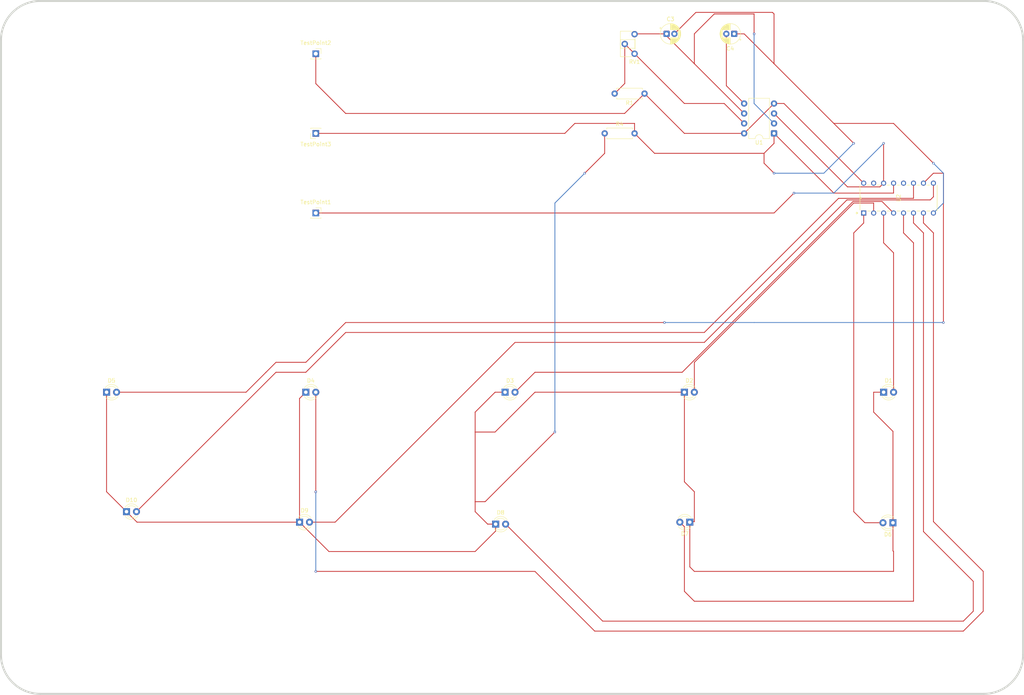
<source format=kicad_pcb>
(kicad_pcb (version 20241229) (generator "pcbnew") (generator_version "9.0")
  (layers (0 "F.Cu" signal) (2 "B.Cu" signal) (13 "F.Paste" user) (15 "B.Paste" user) (5 "F.SilkS" user "F.Silkscreen") (7 "B.SilkS" user "B.Silkscreen") (1 "F.Mask" user) (3 "B.Mask" user) (25 "Edge.Cuts" user))
  (net 0 "")
  (net 1 "+5V")
  (net 2 "TR")
  (net 3 "OUT")
  (net 4 "GND")
  (net 5 "Net-(D1-K)")
  (net 6 "Net-(D1-A)")
  (net 7 "Net-(D2-A)")
  (net 8 "Net-(D3-A)")
  (net 9 "Net-(D4-A)")
  (net 10 "Net-(D5-A)")
  (net 11 "Net-(D6-A)")
  (net 12 "Net-(D7-A)")
  (net 13 "Net-(D8-A)")
  (net 14 "Net-(D9-A)")
  (net 15 "Net-(D10-A)")
  (net 16 "Net-(U1-CV)")
  (net 17 "Net-(U1-DIS)")
  (footprint "LED_THT:LED_D3.0mm" (layer "F.Cu") (at 147.46 150.5)
    (property "Reference" "D8" (at 1.27 -2.96 0) (layer "F.SilkS"))
    (property "Value" "LED")
    (pad "1" thru_hole rect (at 0 0) (size 1.8 1.8) (drill 0.9) (layers "*.Cu" "*.Mask") (net 5 "Net-(D1-K)"))
    (pad "2" thru_hole circle (at 2.54 0) (size 1.8 1.8) (drill 0.9) (layers "*.Cu" "*.Mask") (net 13 "Net-(D8-A)"))
  )
  (footprint "LED_THT:LED_D3.0mm" (layer "F.Cu") (at 149.86 116.84)
    (property "Reference" "D3" (at 1.27 -2.96 0) (layer "F.SilkS"))
    (property "Value" "LED")
    (pad "1" thru_hole rect (at 0 0) (size 1.8 1.8) (drill 0.9) (layers "*.Cu" "*.Mask") (net 5 "Net-(D1-K)"))
    (pad "2" thru_hole circle (at 2.54 0) (size 1.8 1.8) (drill 0.9) (layers "*.Cu" "*.Mask") (net 8 "Net-(D3-A)"))
  )
  (footprint "footprints:N16" (layer "F.Cu") (at 259.08 63.5 90)
    (property "Reference" "U2" (at -3.81 -8.89 90) (layer "F.SilkS"))
    (property "Value" "4017")
    (fp_text user "*" (at -7.62 -19.1897 90) (layer "F.SilkS"))
    (fp_text user "*" (at -7.62 -19.1897 90) (layer "F.SilkS"))
    (pad "1" thru_hole rect (at -7.62 -17.78 90) (size 1.2954 1.2954) (drill 0.7874) (layers "*.Cu" "*.Mask") (net 11 "Net-(D6-A)"))
    (pad "2" thru_hole circle (at -7.62 -15.24 90) (size 1.2954 1.2954) (drill 0.7874) (layers "*.Cu" "*.Mask") (net 7 "Net-(D2-A)"))
    (pad "3" thru_hole circle (at -7.62 -12.7 90) (size 1.2954 1.2954) (drill 0.7874) (layers "*.Cu" "*.Mask") (net 6 "Net-(D1-A)"))
    (pad "4" thru_hole circle (at -7.62 -10.16 90) (size 1.2954 1.2954) (drill 0.7874) (layers "*.Cu" "*.Mask") (net 8 "Net-(D3-A)"))
    (pad "5" thru_hole circle (at -7.62 -7.62 90) (size 1.2954 1.2954) (drill 0.7874) (layers "*.Cu" "*.Mask") (net 12 "Net-(D7-A)"))
    (pad "6" thru_hole circle (at -7.62 -5.08 90) (size 1.2954 1.2954) (drill 0.7874) (layers "*.Cu" "*.Mask") (net 13 "Net-(D8-A)"))
    (pad "7" thru_hole circle (at -7.62 -2.54 90) (size 1.2954 1.2954) (drill 0.7874) (layers "*.Cu" "*.Mask") (net 9 "Net-(D4-A)"))
    (pad "8" thru_hole circle (at -7.62 0 90) (size 1.2954 1.2954) (drill 0.7874) (layers "*.Cu" "*.Mask") (net 4 "GND"))
    (pad "9" thru_hole circle (at 0 0 90) (size 1.2954 1.2954) (drill 0.7874) (layers "*.Cu" "*.Mask") (net 14 "Net-(D9-A)"))
    (pad "10" thru_hole circle (at 0 -2.54 90) (size 1.2954 1.2954) (drill 0.7874) (layers "*.Cu" "*.Mask") (net 10 "Net-(D5-A)"))
    (pad "11" thru_hole circle (at 0 -5.08 90) (size 1.2954 1.2954) (drill 0.7874) (layers "*.Cu" "*.Mask") (net 15 "Net-(D10-A)"))
    (pad "12" thru_hole circle (at 0 -7.62 90) (size 1.2954 1.2954) (drill 0.7874) (layers "*.Cu" "*.Mask"))
    (pad "13" thru_hole circle (at 0 -10.16 90) (size 1.2954 1.2954) (drill 0.7874) (layers "*.Cu" "*.Mask") (net 4 "GND"))
    (pad "14" thru_hole circle (at 0 -12.7 90) (size 1.2954 1.2954) (drill 0.7874) (layers "*.Cu" "*.Mask") (net 3 "OUT"))
    (pad "15" thru_hole circle (at 0 -15.24 90) (size 1.2954 1.2954) (drill 0.7874) (layers "*.Cu" "*.Mask"))
    (pad "16" thru_hole circle (at 0 -17.78 90) (size 1.2954 1.2954) (drill 0.7874) (layers "*.Cu" "*.Mask") (net 1 "+5V"))
  )
  (footprint "Package_DIP:DIP-8_W7.62mm" (layer "F.Cu") (at 218.44 50.8 180)
    (property "Reference" "U1" (at 3.81 -2.33 0) (layer "F.SilkS"))
    (property "Value" "NE555P")
    (pad "1" thru_hole roundrect (at 0 0 180) (size 1.6 1.6) (drill 0.8) (layers "*.Cu" "*.Mask") (roundrect_rratio 0.15625) (net 4 "GND"))
    (pad "2" thru_hole circle (at 0 2.54 180) (size 1.6 1.6) (drill 0.8) (layers "*.Cu" "*.Mask") (net 2 "TR"))
    (pad "3" thru_hole circle (at 0 5.08 180) (size 1.6 1.6) (drill 0.8) (layers "*.Cu" "*.Mask") (net 3 "OUT"))
    (pad "4" thru_hole circle (at 0 7.62 180) (size 1.6 1.6) (drill 0.8) (layers "*.Cu" "*.Mask") (net 1 "+5V"))
    (pad "5" thru_hole circle (at 7.62 7.62 180) (size 1.6 1.6) (drill 0.8) (layers "*.Cu" "*.Mask") (net 16 "Net-(U1-CV)"))
    (pad "6" thru_hole circle (at 7.62 5.08 180) (size 1.6 1.6) (drill 0.8) (layers "*.Cu" "*.Mask") (net 2 "TR"))
    (pad "7" thru_hole circle (at 7.62 2.54 180) (size 1.6 1.6) (drill 0.8) (layers "*.Cu" "*.Mask") (net 17 "Net-(U1-DIS)"))
    (pad "8" thru_hole circle (at 7.62 0 180) (size 1.6 1.6) (drill 0.8) (layers "*.Cu" "*.Mask") (net 1 "+5V"))
  )
  (footprint "Capacitor_THT:CP_Radial_D5.0mm_P2.00mm" (layer "F.Cu") (at 191.04 25.4)
    (property "Reference" "C3" (at 1 -3.75 0) (layer "F.SilkS"))
    (property "Value" "1 uF")
    (pad "1" thru_hole roundrect (at 0 0) (size 1.6 1.6) (drill 0.8) (layers "*.Cu" "*.Mask") (roundrect_rratio 0.15625) (net 2 "TR"))
    (pad "2" thru_hole circle (at 2 0) (size 1.6 1.6) (drill 0.8) (layers "*.Cu" "*.Mask") (net 4 "GND"))
  )
  (footprint "LED_THT:LED_D3.0mm" (layer "F.Cu") (at 97.46 150)
    (property "Reference" "D9" (at 1.27 -2.96 0) (layer "F.SilkS"))
    (property "Value" "LED")
    (pad "1" thru_hole rect (at 0 0) (size 1.8 1.8) (drill 0.9) (layers "*.Cu" "*.Mask") (net 5 "Net-(D1-K)"))
    (pad "2" thru_hole circle (at 2.54 0) (size 1.8 1.8) (drill 0.9) (layers "*.Cu" "*.Mask") (net 14 "Net-(D9-A)"))
  )
  (footprint "Resistor_THT:R_Axial_DIN0207_L6.3mm_D2.5mm_P7.62mm_Horizontal" (layer "F.Cu") (at 185.42 40.64 180)
    (property "Reference" "R1" (at 3.81 -2.37 0) (layer "F.SilkS"))
    (property "Value" "1K")
    (pad "1" thru_hole circle (at 0 0 180) (size 1.6 1.6) (drill 0.8) (layers "*.Cu" "*.Mask") (net 1 "+5V"))
    (pad "2" thru_hole circle (at 7.62 0 180) (size 1.6 1.6) (drill 0.8) (layers "*.Cu" "*.Mask") (net 17 "Net-(U1-DIS)"))
  )
  (footprint "LED_THT:LED_D3.0mm" (layer "F.Cu") (at 195.58 116.84)
    (property "Reference" "D2" (at 1.27 -2.96 0) (layer "F.SilkS"))
    (property "Value" "LED")
    (pad "1" thru_hole rect (at 0 0) (size 1.8 1.8) (drill 0.9) (layers "*.Cu" "*.Mask") (net 5 "Net-(D1-K)"))
    (pad "2" thru_hole circle (at 2.54 0) (size 1.8 1.8) (drill 0.9) (layers "*.Cu" "*.Mask") (net 7 "Net-(D2-A)"))
  )
  (footprint "LED_THT:LED_D3.0mm" (layer "F.Cu") (at 246.38 116.84)
    (property "Reference" "D1" (at 1.27 -2.96 0) (layer "F.SilkS"))
    (property "Value" "LED")
    (pad "1" thru_hole rect (at 0 0) (size 1.8 1.8) (drill 0.9) (layers "*.Cu" "*.Mask") (net 5 "Net-(D1-K)"))
    (pad "2" thru_hole circle (at 2.54 0) (size 1.8 1.8) (drill 0.9) (layers "*.Cu" "*.Mask") (net 6 "Net-(D1-A)"))
  )
  (footprint "LED_THT:LED_D3.0mm" (layer "F.Cu") (at 196.96 150 180)
    (property "Reference" "D7" (at 1.27 -2.96 0) (layer "F.SilkS"))
    (property "Value" "LED")
    (pad "1" thru_hole rect (at 0 0 180) (size 1.8 1.8) (drill 0.9) (layers "*.Cu" "*.Mask") (net 5 "Net-(D1-K)"))
    (pad "2" thru_hole circle (at 2.54 0 180) (size 1.8 1.8) (drill 0.9) (layers "*.Cu" "*.Mask") (net 12 "Net-(D7-A)"))
  )
  (footprint "LED_THT:LED_D3.0mm" (layer "F.Cu") (at 53.34 147.32)
    (property "Reference" "D10" (at 1.27 -2.96 0) (layer "F.SilkS"))
    (property "Value" "LED")
    (pad "1" thru_hole rect (at 0 0) (size 1.8 1.8) (drill 0.9) (layers "*.Cu" "*.Mask") (net 5 "Net-(D1-K)"))
    (pad "2" thru_hole circle (at 2.54 0) (size 1.8 1.8) (drill 0.9) (layers "*.Cu" "*.Mask") (net 15 "Net-(D10-A)"))
  )
  (footprint "Connector_PinSocket_2.54mm:PinSocket_1x01_P2.54mm_Vertical" (layer "F.Cu") (at 101.6 30.48)
    (property "Reference" "TestPoint2" (at 0 -2.77 0) (layer "F.SilkS"))
    (property "Value" "TP1")
    (pad "1" thru_hole rect (at 0 0) (size 1.7 1.7) (drill 1) (layers "*.Cu" "*.Mask") (net 1 "+5V"))
  )
  (footprint "Resistor_THT:R_Axial_DIN0207_L6.3mm_D2.5mm_P7.62mm_Horizontal" (layer "F.Cu") (at 175.26 50.8)
    (property "Reference" "R4" (at 3.81 -2.37 0) (layer "F.SilkS"))
    (property "Value" "470")
    (pad "1" thru_hole circle (at 0 0) (size 1.6 1.6) (drill 0.8) (layers "*.Cu" "*.Mask") (net 5 "Net-(D1-K)"))
    (pad "2" thru_hole circle (at 7.62 0) (size 1.6 1.6) (drill 0.8) (layers "*.Cu" "*.Mask") (net 4 "GND"))
  )
  (footprint "Connector_PinSocket_2.54mm:PinSocket_1x01_P2.54mm_Vertical" (layer "F.Cu") (at 101.6 50.8 180)
    (property "Reference" "TestPoint3" (at 0 -2.77 0) (layer "F.SilkS"))
    (property "Value" "TP2")
    (pad "1" thru_hole rect (at 0 0 180) (size 1.7 1.7) (drill 1) (layers "*.Cu" "*.Mask") (net 4 "GND"))
  )
  (footprint "LED_THT:LED_D3.0mm" (layer "F.Cu") (at 248.76 150.15 180)
    (property "Reference" "D6" (at 1.27 -2.96 0) (layer "F.SilkS"))
    (property "Value" "LED")
    (pad "1" thru_hole rect (at 0 0 180) (size 1.8 1.8) (drill 0.9) (layers "*.Cu" "*.Mask") (net 5 "Net-(D1-K)"))
    (pad "2" thru_hole circle (at 2.54 0 180) (size 1.8 1.8) (drill 0.9) (layers "*.Cu" "*.Mask") (net 11 "Net-(D6-A)"))
  )
  (footprint "LED_THT:LED_D3.0mm" (layer "F.Cu") (at 99.06 116.84)
    (property "Reference" "D4" (at 1.27 -2.96 0) (layer "F.SilkS"))
    (property "Value" "LED")
    (pad "1" thru_hole rect (at 0 0) (size 1.8 1.8) (drill 0.9) (layers "*.Cu" "*.Mask") (net 5 "Net-(D1-K)"))
    (pad "2" thru_hole circle (at 2.54 0) (size 1.8 1.8) (drill 0.9) (layers "*.Cu" "*.Mask") (net 9 "Net-(D4-A)"))
  )
  (footprint "LED_THT:LED_D3.0mm" (layer "F.Cu") (at 48.26 116.84)
    (property "Reference" "D5" (at 1.27 -2.96 0) (layer "F.SilkS"))
    (property "Value" "LED")
    (pad "1" thru_hole rect (at 0 0) (size 1.8 1.8) (drill 0.9) (layers "*.Cu" "*.Mask") (net 5 "Net-(D1-K)"))
    (pad "2" thru_hole circle (at 2.54 0) (size 1.8 1.8) (drill 0.9) (layers "*.Cu" "*.Mask") (net 10 "Net-(D5-A)"))
  )
  (footprint "Connector_PinSocket_2.54mm:PinSocket_1x01_P2.54mm_Vertical" (layer "F.Cu") (at 101.6 71.12)
    (property "Reference" "TestPoint1" (at 0 -2.77 0) (layer "F.SilkS"))
    (property "Value" "TP3")
    (pad "1" thru_hole rect (at 0 0) (size 1.7 1.7) (drill 1) (layers "*.Cu" "*.Mask") (net 3 "OUT"))
  )
  (footprint "Capacitor_THT:CP_Radial_D5.0mm_P2.00mm" (layer "F.Cu") (at 208.28 25.4 180)
    (property "Reference" "C4" (at 1 -3.75 0) (layer "F.SilkS"))
    (property "Value" "0.01 uF")
    (pad "1" thru_hole roundrect (at 0 0 180) (size 1.6 1.6) (drill 0.8) (layers "*.Cu" "*.Mask") (roundrect_rratio 0.15625) (net 4 "GND"))
    (pad "2" thru_hole circle (at 2 0 180) (size 1.6 1.6) (drill 0.8) (layers "*.Cu" "*.Mask") (net 16 "Net-(U1-CV)"))
  )
  (footprint "Potentiometer_THT:Potentiometer_ACP_CA6-H2,5_Horizontal" (layer "F.Cu") (at 182.88 30.48 180)
    (property "Reference" "RV1" (at 0 -2.06 0) (layer "F.SilkS"))
    (property "Value" "50k")
    (pad "1" thru_hole circle (at 0 0 180) (size 1.62 1.62) (drill 0.9) (layers "*.Cu" "*.Mask") (net 17 "Net-(U1-DIS)"))
    (pad "2" thru_hole circle (at 2.5 2.5 180) (size 1.62 1.62) (drill 0.9) (layers "*.Cu" "*.Mask") (net 17 "Net-(U1-DIS)"))
    (pad "3" thru_hole circle (at 0 5 180) (size 1.62 1.62) (drill 0.9) (layers "*.Cu" "*.Mask") (net 2 "TR"))
  )
  (gr_line (start 271.94 193.802) (end 31.336 193.802) (stroke (width 0.5)) (layer "Edge.Cuts"))
  (gr_line (start 281.94 27.018) (end 281.94 183.802) (stroke (width 0.5)) (layer "Edge.Cuts"))
  (gr_arc (start 31.336 193.802) (mid 24.264932 190.873068) (end 21.336 183.802) (stroke (width 0.5)) (layer "Edge.Cuts"))
  (gr_line (start 21.336 183.802) (end 21.336 27.018) (stroke (width 0.5)) (layer "Edge.Cuts"))
  (gr_arc (start 271.94 17.018) (mid 279.011068 19.946932) (end 281.94 27.018) (stroke (width 0.5)) (layer "Edge.Cuts"))
  (gr_line (start 31.336 17.018) (end 271.94 17.018) (stroke (width 0.5)) (layer "Edge.Cuts"))
  (gr_arc (start 281.94 183.802) (mid 279.011068 190.873068) (end 271.94 193.802) (stroke (width 0.5)) (layer "Edge.Cuts"))
  (gr_arc (start 21.336 27.018) (mid 24.264932 19.946932) (end 31.336 17.018) (stroke (width 0.5)) (layer "Edge.Cuts"))
  (segment (start 185.42 40.64) (end 195.58 50.8) (width 0.2) (layer "F.Cu") (net 1))
  (segment (start 101.6 38.1) (end 101.6 30.48) (width 0.2) (layer "F.Cu") (net 1))
  (segment (start 241.3 63.5) (end 220.98 43.18) (width 0.2) (layer "F.Cu") (net 1))
  (segment (start 195.58 50.8) (end 210.82 50.8) (width 0.2) (layer "F.Cu") (net 1))
  (segment (start 185.42 40.64) (end 180.34 45.72) (width 0.2) (layer "F.Cu") (net 1))
  (segment (start 220.98 43.18) (end 218.44 43.18) (width 0.2) (layer "F.Cu") (net 1))
  (segment (start 218.44 43.18) (end 210.82 50.8) (width 0.2) (layer "F.Cu") (net 1))
  (segment (start 109.22 45.72) (end 101.6 38.1) (width 0.2) (layer "F.Cu") (net 1))
  (segment (start 180.34 45.72) (end 109.22 45.72) (width 0.2) (layer "F.Cu") (net 1))
  (segment (start 198.12 33.02) (end 210.82 45.72) (width 0.2) (layer "F.Cu") (net 2))
  (segment (start 191.04 25.4) (end 182.96 25.4) (width 0.2) (layer "F.Cu") (net 2))
  (segment (start 198.12 33.02) (end 198.12 25.4) (width 0.2) (layer "F.Cu") (net 2))
  (segment (start 203.2 20.32) (end 213.36 20.32) (width 0.2) (layer "F.Cu") (net 2))
  (segment (start 191.04 25.94) (end 198.12 33.02) (width 0.2) (layer "F.Cu") (net 2))
  (segment (start 198.12 25.4) (end 203.2 20.32) (width 0.2) (layer "F.Cu") (net 2))
  (segment (start 182.96 25.4) (end 182.88 25.48) (width 0.2) (layer "F.Cu") (net 2))
  (segment (start 191.04 25.4) (end 191.04 25.94) (width 0.2) (layer "F.Cu") (net 2))
  (segment (start 213.36 20.32) (end 213.36 25.4) (width 0.2) (layer "F.Cu") (net 2))
  (via (at 213.36 25.4) (size 0.6) (drill 0.3) (layers "F.Cu" "B.Cu") (net 2))
  (segment (start 213.36 43.18) (end 218.44 48.26) (width 0.2) (layer "B.Cu") (net 2))
  (segment (start 213.36 25.4) (end 213.36 43.18) (width 0.2) (layer "B.Cu") (net 2))
  (segment (start 218.44 45.72) (end 237.1687 64.4487) (width 0.2) (layer "F.Cu") (net 3))
  (segment (start 245.4313 64.4487) (end 246.38 63.5) (width 0.2) (layer "F.Cu") (net 3))
  (segment (start 237.1687 64.4487) (end 245.4313 64.4487) (width 0.2) (layer "F.Cu") (net 3))
  (segment (start 218.44 71.12) (end 223.52 66.04) (width 0.2) (layer "F.Cu") (net 3))
  (segment (start 101.6 71.12) (end 218.44 71.12) (width 0.2) (layer "F.Cu") (net 3))
  (segment (start 246.38 53.34) (end 246.38 63.5) (width 0.2) (layer "F.Cu") (net 3))
  (via (at 246.38 53.34) (size 0.6) (drill 0.3) (layers "F.Cu" "B.Cu") (net 3))
  (via (at 223.52 66.04) (size 0.6) (drill 0.3) (layers "F.Cu" "B.Cu") (net 3))
  (segment (start 233.68 66.04) (end 246.38 53.34) (width 0.2) (layer "B.Cu") (net 3))
  (segment (start 223.52 66.04) (end 233.68 66.04) (width 0.2) (layer "B.Cu") (net 3))
  (segment (start 218.44 20.32) (end 218.44 33.02) (width 0.2) (layer "F.Cu") (net 4))
  (segment (start 218.44 50.8) (end 233.68 66.04) (width 0.2) (layer "F.Cu") (net 4))
  (segment (start 193.04 25.4) (end 198.521 19.919) (width 0.2) (layer "F.Cu") (net 4))
  (segment (start 167.64 48.26) (end 182.88 48.26) (width 0.2) (layer "F.Cu") (net 4))
  (segment (start 182.88 48.26) (end 182.88 50.8) (width 0.2) (layer "F.Cu") (net 4))
  (segment (start 208.28 25.4) (end 210.82 25.4) (width 0.2) (layer "F.Cu") (net 4))
  (segment (start 215.9 58.42) (end 218.44 60.96) (width 0.2) (layer "F.Cu") (net 4))
  (segment (start 198.521 19.919) (end 218.039 19.919) (width 0.2) (layer "F.Cu") (net 4))
  (segment (start 233.68 48.26) (end 248.92 48.26) (width 0.2) (layer "F.Cu") (net 4))
  (segment (start 187.96 55.88) (end 215.9 55.88) (width 0.2) (layer "F.Cu") (net 4))
  (segment (start 233.68 48.26) (end 238.76 53.34) (width 0.2) (layer "F.Cu") (net 4))
  (segment (start 248.92 48.26) (end 259.08 58.42) (width 0.2) (layer "F.Cu") (net 4))
  (segment (start 101.6 50.8) (end 165.1 50.8) (width 0.2) (layer "F.Cu") (net 4))
  (segment (start 218.039 19.919) (end 218.44 20.32) (width 0.2) (layer "F.Cu") (net 4))
  (segment (start 218.44 50.8) (end 218.44 53.34) (width 0.2) (layer "F.Cu") (net 4))
  (segment (start 182.88 50.8) (end 187.96 55.88) (width 0.2) (layer "F.Cu") (net 4))
  (segment (start 165.1 50.8) (end 167.64 48.26) (width 0.2) (layer "F.Cu") (net 4))
  (segment (start 218.44 53.34) (end 215.9 55.88) (width 0.2) (layer "F.Cu") (net 4))
  (segment (start 215.9 55.88) (end 215.9 58.42) (width 0.2) (layer "F.Cu") (net 4))
  (segment (start 233.68 66.04) (end 248.92 66.04) (width 0.2) (layer "F.Cu") (net 4))
  (segment (start 248.92 66.04) (end 248.92 63.5) (width 0.2) (layer "F.Cu") (net 4))
  (segment (start 210.82 25.4) (end 218.44 33.02) (width 0.2) (layer "F.Cu") (net 4))
  (segment (start 218.44 33.02) (end 233.68 48.26) (width 0.2) (layer "F.Cu") (net 4))
  (via (at 238.76 53.34) (size 0.6) (drill 0.3) (layers "F.Cu" "B.Cu") (net 4))
  (via (at 218.44 60.96) (size 0.6) (drill 0.3) (layers "F.Cu" "B.Cu") (net 4))
  (via (at 259.08 58.42) (size 0.6) (drill 0.3) (layers "F.Cu" "B.Cu") (net 4))
  (segment (start 259.08 58.42) (end 261.62 60.96) (width 0.2) (layer "B.Cu") (net 4))
  (segment (start 261.62 68.58) (end 259.08 71.12) (width 0.2) (layer "B.Cu") (net 4))
  (segment (start 261.62 60.96) (end 261.62 68.58) (width 0.2) (layer "B.Cu") (net 4))
  (segment (start 218.44 60.96) (end 231.14 60.96) (width 0.2) (layer "B.Cu") (net 4))
  (segment (start 231.14 60.96) (end 238.76 53.34) (width 0.2) (layer "B.Cu") (net 4))
  (segment (start 243.84 121.92) (end 243.84 116.84) (width 0.2) (layer "F.Cu") (net 5))
  (segment (start 147.32 116.84) (end 149.86 116.84) (width 0.2) (layer "F.Cu") (net 5))
  (segment (start 198.12 149.86) (end 197.1 149.86) (width 0.2) (layer "F.Cu") (net 5))
  (segment (start 157.48 116.84) (end 195.58 116.84) (width 0.2) (layer "F.Cu") (net 5))
  (segment (start 97.46 150) (end 104.94 157.48) (width 0.2) (layer "F.Cu") (net 5))
  (segment (start 104.94 157.48) (end 142.24 157.48) (width 0.2) (layer "F.Cu") (net 5))
  (segment (start 48.26 116.84) (end 48.26 142.24) (width 0.2) (layer "F.Cu") (net 5))
  (segment (start 53.34 147.32) (end 56.02 150) (width 0.2) (layer "F.Cu") (net 5))
  (segment (start 198.12 162.56) (end 248.92 162.56) (width 0.2) (layer "F.Cu") (net 5))
  (segment (start 142.24 144.78) (end 142.24 127) (width 0.2) (layer "F.Cu") (net 5))
  (segment (start 248.76 126.84) (end 243.84 121.92) (width 0.2) (layer "F.Cu") (net 5))
  (segment (start 142.24 127) (end 142.24 121.92) (width 0.2) (layer "F.Cu") (net 5))
  (segment (start 97.46 118.44) (end 99.06 116.84) (width 0.2) (layer "F.Cu") (net 5))
  (segment (start 48.26 142.24) (end 53.34 147.32) (width 0.2) (layer "F.Cu") (net 5))
  (segment (start 145.42 150.5) (end 142.24 147.32) (width 0.2) (layer "F.Cu") (net 5))
  (segment (start 147.46 152.26) (end 147.46 150.5) (width 0.2) (layer "F.Cu") (net 5))
  (segment (start 248.76 150.15) (end 248.76 126.84) (width 0.2) (layer "F.Cu") (net 5))
  (segment (start 195.58 116.84) (end 195.58 139.7) (width 0.2) (layer "F.Cu") (net 5))
  (segment (start 195.58 139.7) (end 198.12 142.24) (width 0.2) (layer "F.Cu") (net 5))
  (segment (start 196.96 161.4) (end 198.12 162.56) (width 0.2) (layer "F.Cu") (net 5))
  (segment (start 248.92 157.48) (end 248.76 157.32) (width 0.2) (layer "F.Cu") (net 5))
  (segment (start 147.32 127) (end 157.48 116.84) (width 0.2) (layer "F.Cu") (net 5))
  (segment (start 196.96 150) (end 196.96 161.4) (width 0.2) (layer "F.Cu") (net 5))
  (segment (start 175.26 55.88) (end 170.18 60.96) (width 0.2) (layer "F.Cu") (net 5))
  (segment (start 142.24 157.48) (end 147.46 152.26) (width 0.2) (layer "F.Cu") (net 5))
  (segment (start 198.12 142.24) (end 198.12 149.86) (width 0.2) (layer "F.Cu") (net 5))
  (segment (start 248.76 157.32) (end 248.76 150.15) (width 0.2) (layer "F.Cu") (net 5))
  (segment (start 162.56 127) (end 144.78 144.78) (width 0.2) (layer "F.Cu") (net 5))
  (segment (start 97.46 150) (end 97.46 118.44) (width 0.2) (layer "F.Cu") (net 5))
  (segment (start 147.46 150.5) (end 145.42 150.5) (width 0.2) (layer "F.Cu") (net 5))
  (segment (start 142.24 127) (end 147.32 127) (width 0.2) (layer "F.Cu") (net 5))
  (segment (start 142.24 121.92) (end 147.32 116.84) (width 0.2) (layer "F.Cu") (net 5))
  (segment (start 197.1 149.86) (end 196.96 150) (width 0.2) (layer "F.Cu") (net 5))
  (segment (start 243.84 116.84) (end 246.38 116.84) (width 0.2) (layer "F.Cu") (net 5))
  (segment (start 248.92 162.56) (end 248.92 157.48) (width 0.2) (layer "F.Cu") (net 5))
  (segment (start 48.26 116.84) (end 48.46 117.04) (width 0.2) (layer "F.Cu") (net 5))
  (segment (start 142.24 147.32) (end 142.24 144.78) (width 0.2) (layer "F.Cu") (net 5))
  (segment (start 175.26 50.8) (end 175.26 55.88) (width 0.2) (layer "F.Cu") (net 5))
  (segment (start 144.78 144.78) (end 142.24 144.78) (width 0.2) (layer "F.Cu") (net 5))
  (segment (start 56.02 150) (end 97.46 150) (width 0.2) (layer "F.Cu") (net 5))
  (via (at 170.18 60.96) (size 0.6) (drill 0.3) (layers "F.Cu" "B.Cu") (net 5))
  (via (at 162.56 127) (size 0.6) (drill 0.3) (layers "F.Cu" "B.Cu") (net 5))
  (segment (start 162.56 68.58) (end 162.56 127) (width 0.2) (layer "B.Cu") (net 5))
  (segment (start 170.18 60.96) (end 162.56 68.58) (width 0.2) (layer "B.Cu") (net 5))
  (segment (start 248.92 116.84) (end 248.92 81.28) (width 0.2) (layer "F.Cu") (net 6))
  (segment (start 246.38 78.74) (end 246.38 71.12) (width 0.2) (layer "F.Cu") (net 6))
  (segment (start 248.92 81.28) (end 246.38 78.74) (width 0.2) (layer "F.Cu") (net 6))
  (segment (start 198.12 109.22) (end 238.76 68.58) (width 0.2) (layer "F.Cu") (net 7))
  (segment (start 243.84 68.58) (end 243.84 71.12) (width 0.2) (layer "F.Cu") (net 7))
  (segment (start 198.12 116.84) (end 198.12 109.22) (width 0.2) (layer "F.Cu") (net 7))
  (segment (start 238.76 68.58) (end 243.84 68.58) (width 0.2) (layer "F.Cu") (net 7))
  (segment (start 238.5939 68.179) (end 245.979 68.179) (width 0.2) (layer "F.Cu") (net 8))
  (segment (start 195.0129 111.76) (end 238.5939 68.179) (width 0.2) (layer "F.Cu") (net 8))
  (segment (start 157.48 111.76) (end 195.0129 111.76) (width 0.2) (layer "F.Cu") (net 8))
  (segment (start 245.979 68.179) (end 248.92 71.12) (width 0.2) (layer "F.Cu") (net 8))
  (segment (start 152.4 116.84) (end 157.48 111.76) (width 0.2) (layer "F.Cu") (net 8))
  (segment (start 259.08 76.2) (end 256.54 73.66) (width 0.2) (layer "F.Cu") (net 9))
  (segment (start 157.48 162.56) (end 172.72 177.8) (width 0.2) (layer "F.Cu") (net 9))
  (segment (start 271.78 162.56) (end 259.08 149.86) (width 0.2) (layer "F.Cu") (net 9))
  (segment (start 256.54 73.66) (end 256.54 71.12) (width 0.2) (layer "F.Cu") (net 9))
  (segment (start 172.72 177.8) (end 266.7 177.8) (width 0.2) (layer "F.Cu") (net 9))
  (segment (start 101.6 162.56) (end 157.48 162.56) (width 0.2) (layer "F.Cu") (net 9))
  (segment (start 101.6 116.84) (end 101.6 142.24) (width 0.2) (layer "F.Cu") (net 9))
  (segment (start 271.78 172.72) (end 271.78 162.56) (width 0.2) (layer "F.Cu") (net 9))
  (segment (start 259.08 149.86) (end 259.08 76.2) (width 0.2) (layer "F.Cu") (net 9))
  (segment (start 266.7 177.8) (end 271.78 172.72) (width 0.2) (layer "F.Cu") (net 9))
  (segment (start 101.6 142.24) (end 101.401 142.439) (width 0.2) (layer "F.Cu") (net 9))
  (via (at 101.6 162.56) (size 0.6) (drill 0.3) (layers "F.Cu" "B.Cu") (net 9))
  (via (at 101.6 142.24) (size 0.6) (drill 0.3) (layers "F.Cu" "B.Cu") (net 9))
  (segment (start 101.6 142.24) (end 101.6 162.56) (width 0.2) (layer "B.Cu") (net 9))
  (segment (start 259.08 60.96) (end 256.54 63.5) (width 0.2) (layer "F.Cu") (net 10))
  (segment (start 88.9 111.76) (end 91.44 109.22) (width 0.2) (layer "F.Cu") (net 10))
  (segment (start 162.56 99.06) (end 190.5 99.06) (width 0.2) (layer "F.Cu") (net 10))
  (segment (start 109.22 99.06) (end 162.56 99.06) (width 0.2) (layer "F.Cu") (net 10))
  (segment (start 83.82 116.84) (end 88.9 111.76) (width 0.2) (layer "F.Cu") (net 10))
  (segment (start 99.06 109.22) (end 109.22 99.06) (width 0.2) (layer "F.Cu") (net 10))
  (segment (start 50.8 116.84) (end 83.82 116.84) (width 0.2) (layer "F.Cu") (net 10))
  (segment (start 261.62 60.96) (end 259.08 60.96) (width 0.2) (layer "F.Cu") (net 10))
  (segment (start 91.44 109.22) (end 99.06 109.22) (width 0.2) (layer "F.Cu") (net 10))
  (segment (start 261.62 99.06) (end 261.62 60.96) (width 0.2) (layer "F.Cu") (net 10))
  (via (at 261.62 99.06) (size 0.6) (drill 0.3) (layers "F.Cu" "B.Cu") (net 10))
  (via (at 190.5 99.06) (size 0.6) (drill 0.3) (layers "F.Cu" "B.Cu") (net 10))
  (segment (start 213.36 99.06) (end 261.62 99.06) (width 0.2) (layer "B.Cu") (net 10))
  (segment (start 190.5 99.06) (end 213.36 99.06) (width 0.2) (layer "B.Cu") (net 10))
  (segment (start 241.59 150.15) (end 238.76 147.32) (width 0.2) (layer "F.Cu") (net 11))
  (segment (start 238.76 76.2) (end 241.3 73.66) (width 0.2) (layer "F.Cu") (net 11))
  (segment (start 238.76 147.32) (end 238.76 76.2) (width 0.2) (layer "F.Cu") (net 11))
  (segment (start 246.22 150.15) (end 241.59 150.15) (width 0.2) (layer "F.Cu") (net 11))
  (segment (start 241.3 73.66) (end 241.3 71.12) (width 0.2) (layer "F.Cu") (net 11))
  (segment (start 254 78.74) (end 251.46 76.2) (width 0.2) (layer "F.Cu") (net 12))
  (segment (start 254 170.18) (end 254 78.74) (width 0.2) (layer "F.Cu") (net 12))
  (segment (start 194.42 150) (end 195.58 151.16) (width 0.2) (layer "F.Cu") (net 12))
  (segment (start 195.58 151.16) (end 195.58 167.64) (width 0.2) (layer "F.Cu") (net 12))
  (segment (start 198.12 170.18) (end 254 170.18) (width 0.2) (layer "F.Cu") (net 12))
  (segment (start 195.58 167.64) (end 198.12 170.18) (width 0.2) (layer "F.Cu") (net 12))
  (segment (start 251.46 76.2) (end 251.46 71.12) (width 0.2) (layer "F.Cu") (net 12))
  (segment (start 256.54 152.4) (end 256.54 76.2) (width 0.2) (layer "F.Cu") (net 13))
  (segment (start 269.24 165.1) (end 256.54 152.4) (width 0.2) (layer "F.Cu") (net 13))
  (segment (start 266.7 175.26) (end 269.24 172.72) (width 0.2) (layer "F.Cu") (net 13))
  (segment (start 269.24 172.72) (end 269.24 165.1) (width 0.2) (layer "F.Cu") (net 13))
  (segment (start 254 73.66) (end 254 71.12) (width 0.2) (layer "F.Cu") (net 13))
  (segment (start 256.54 76.2) (end 254 73.66) (width 0.2) (layer "F.Cu") (net 13))
  (segment (start 174.76 175.26) (end 266.7 175.26) (width 0.2) (layer "F.Cu") (net 13))
  (segment (start 150 150.5) (end 174.76 175.26) (width 0.2) (layer "F.Cu") (net 13))
  (segment (start 200.66 104.14) (end 152.4 104.14) (width 0.2) (layer "F.Cu") (net 14))
  (segment (start 106.54 150) (end 100 150) (width 0.2) (layer "F.Cu") (net 14))
  (segment (start 258.278 67.778) (end 237.022 67.778) (width 0.2) (layer "F.Cu") (net 14))
  (segment (start 237.022 67.778) (end 200.66 104.14) (width 0.2) (layer "F.Cu") (net 14))
  (segment (start 258.278 67.778) (end 259.08 66.976) (width 0.2) (layer "F.Cu") (net 14))
  (segment (start 259.08 66.976) (end 259.08 63.5) (width 0.2) (layer "F.Cu") (net 14))
  (segment (start 152.4 104.14) (end 106.54 150) (width 0.2) (layer "F.Cu") (net 14))
  (segment (start 254 67.377) (end 254 63.5) (width 0.2) (layer "F.Cu") (net 15))
  (segment (start 91.44 111.76) (end 99.06 111.76) (width 0.2) (layer "F.Cu") (net 15))
  (segment (start 99.06 111.76) (end 109.22 101.6) (width 0.2) (layer "F.Cu") (net 15))
  (segment (start 200.66 101.6) (end 234.883 67.377) (width 0.2) (layer "F.Cu") (net 15))
  (segment (start 55.88 147.32) (end 91.44 111.76) (width 0.2) (layer "F.Cu") (net 15))
  (segment (start 234.883 67.377) (end 254 67.377) (width 0.2) (layer "F.Cu") (net 15))
  (segment (start 109.22 101.6) (end 200.66 101.6) (width 0.2) (layer "F.Cu") (net 15))
  (segment (start 206.28 25.4) (end 206.28 38.64) (width 0.2) (layer "F.Cu") (net 16))
  (segment (start 206.28 38.64) (end 210.82 43.18) (width 0.2) (layer "F.Cu") (net 16))
  (segment (start 180.38 38.06) (end 177.8 40.64) (width 0.2) (layer "F.Cu") (net 17))
  (segment (start 205.74 43.18) (end 210.82 48.26) (width 0.2) (layer "F.Cu") (net 17))
  (segment (start 180.38 27.98) (end 182.88 30.48) (width 0.2) (layer "F.Cu") (net 17))
  (segment (start 195.58 43.18) (end 205.74 43.18) (width 0.2) (layer "F.Cu") (net 17))
  (segment (start 180.38 27.98) (end 180.38 38.06) (width 0.2) (layer "F.Cu") (net 17))
  (segment (start 182.88 30.48) (end 195.58 43.18) (width 0.2) (layer "F.Cu") (net 17))
)
</source>
